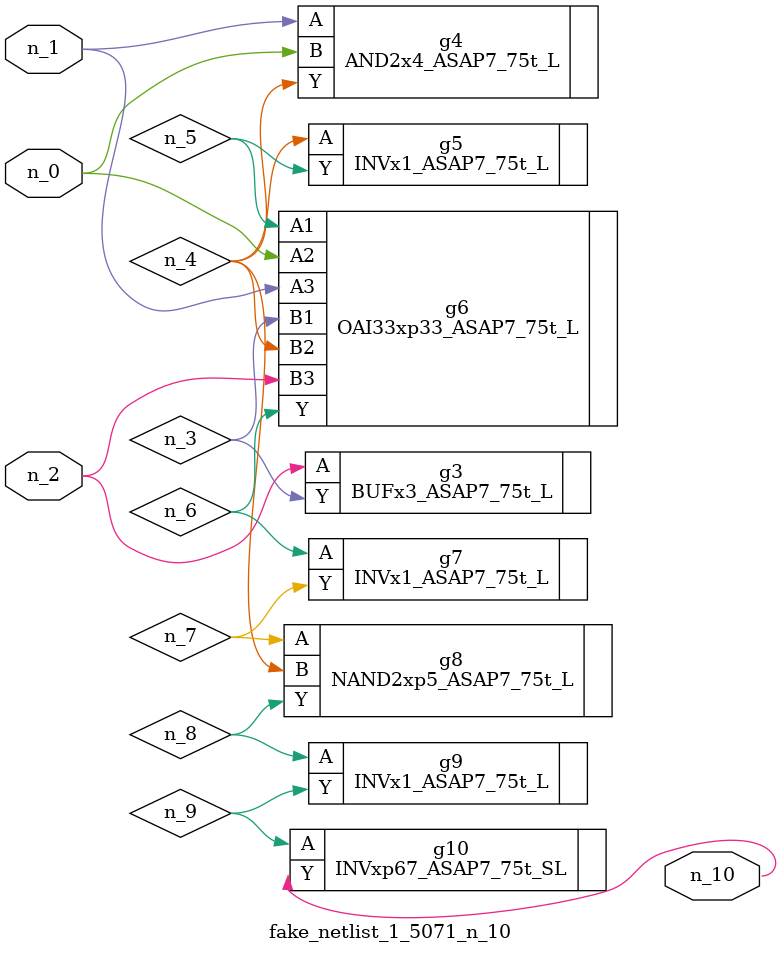
<source format=v>
module fake_netlist_1_5071_n_10 (n_1, n_2, n_0, n_10);
input n_1;
input n_2;
input n_0;
output n_10;
wire n_6;
wire n_4;
wire n_3;
wire n_9;
wire n_5;
wire n_7;
wire n_8;
BUFx3_ASAP7_75t_L g3 ( .A(n_2), .Y(n_3) );
AND2x4_ASAP7_75t_L g4 ( .A(n_1), .B(n_0), .Y(n_4) );
INVx1_ASAP7_75t_L g5 ( .A(n_4), .Y(n_5) );
OAI33xp33_ASAP7_75t_L g6 ( .A1(n_5), .A2(n_0), .A3(n_1), .B1(n_3), .B2(n_4), .B3(n_2), .Y(n_6) );
INVx1_ASAP7_75t_L g7 ( .A(n_6), .Y(n_7) );
NAND2xp5_ASAP7_75t_L g8 ( .A(n_7), .B(n_4), .Y(n_8) );
INVx1_ASAP7_75t_L g9 ( .A(n_8), .Y(n_9) );
INVxp67_ASAP7_75t_SL g10 ( .A(n_9), .Y(n_10) );
endmodule
</source>
